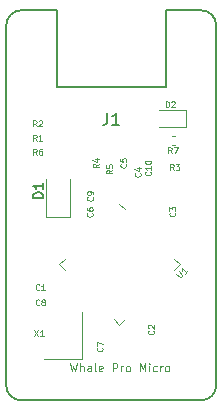
<source format=gto>
G04 #@! TF.GenerationSoftware,KiCad,Pcbnew,(6.0.4)*
G04 #@! TF.CreationDate,2022-05-16T01:26:14+08:00*
G04 #@! TF.ProjectId,whale,7768616c-652e-46b6-9963-61645f706362,0.1*
G04 #@! TF.SameCoordinates,Original*
G04 #@! TF.FileFunction,Legend,Top*
G04 #@! TF.FilePolarity,Positive*
%FSLAX46Y46*%
G04 Gerber Fmt 4.6, Leading zero omitted, Abs format (unit mm)*
G04 Created by KiCad (PCBNEW (6.0.4)) date 2022-05-16 01:26:14*
%MOMM*%
%LPD*%
G01*
G04 APERTURE LIST*
G04 #@! TA.AperFunction,Profile*
%ADD10C,0.150000*%
G04 #@! TD*
%ADD11C,0.125000*%
%ADD12C,0.150000*%
%ADD13C,0.120000*%
G04 APERTURE END LIST*
D10*
X30830000Y-22823554D02*
X30830000Y-29343554D01*
X27830000Y-55843554D02*
X43070000Y-55843554D01*
X26559946Y-54573554D02*
G75*
G03*
X27830000Y-55843554I1270054J54D01*
G01*
X26560000Y-24093554D02*
X26560000Y-54573554D01*
X30830000Y-29343554D02*
X40080000Y-29343554D01*
X27830000Y-22823554D02*
X30830000Y-22823554D01*
X40070000Y-22823554D02*
X43070000Y-22823554D01*
X43070000Y-55843500D02*
G75*
G03*
X44340000Y-54573554I100J1269900D01*
G01*
X40080000Y-29343554D02*
X40070000Y-22823554D01*
X44339946Y-24093554D02*
G75*
G03*
X43070000Y-22823554I-1269946J54D01*
G01*
X44340000Y-54573554D02*
X44340000Y-24093554D01*
X27830000Y-22823550D02*
G75*
G03*
X26560000Y-24093554I80J-1270080D01*
G01*
D11*
X31946666Y-52700220D02*
X32113333Y-53400220D01*
X32246666Y-52900220D01*
X32380000Y-53400220D01*
X32546666Y-52700220D01*
X32813333Y-53400220D02*
X32813333Y-52700220D01*
X33113333Y-53400220D02*
X33113333Y-53033554D01*
X33080000Y-52966887D01*
X33013333Y-52933554D01*
X32913333Y-52933554D01*
X32846666Y-52966887D01*
X32813333Y-53000220D01*
X33746666Y-53400220D02*
X33746666Y-53033554D01*
X33713333Y-52966887D01*
X33646666Y-52933554D01*
X33513333Y-52933554D01*
X33446666Y-52966887D01*
X33746666Y-53366887D02*
X33680000Y-53400220D01*
X33513333Y-53400220D01*
X33446666Y-53366887D01*
X33413333Y-53300220D01*
X33413333Y-53233554D01*
X33446666Y-53166887D01*
X33513333Y-53133554D01*
X33680000Y-53133554D01*
X33746666Y-53100220D01*
X34180000Y-53400220D02*
X34113333Y-53366887D01*
X34080000Y-53300220D01*
X34080000Y-52700220D01*
X34713333Y-53366887D02*
X34646666Y-53400220D01*
X34513333Y-53400220D01*
X34446666Y-53366887D01*
X34413333Y-53300220D01*
X34413333Y-53033554D01*
X34446666Y-52966887D01*
X34513333Y-52933554D01*
X34646666Y-52933554D01*
X34713333Y-52966887D01*
X34746666Y-53033554D01*
X34746666Y-53100220D01*
X34413333Y-53166887D01*
X35580000Y-53400220D02*
X35580000Y-52700220D01*
X35846666Y-52700220D01*
X35913333Y-52733554D01*
X35946666Y-52766887D01*
X35980000Y-52833554D01*
X35980000Y-52933554D01*
X35946666Y-53000220D01*
X35913333Y-53033554D01*
X35846666Y-53066887D01*
X35580000Y-53066887D01*
X36280000Y-53400220D02*
X36280000Y-52933554D01*
X36280000Y-53066887D02*
X36313333Y-53000220D01*
X36346666Y-52966887D01*
X36413333Y-52933554D01*
X36480000Y-52933554D01*
X36813333Y-53400220D02*
X36746666Y-53366887D01*
X36713333Y-53333554D01*
X36680000Y-53266887D01*
X36680000Y-53066887D01*
X36713333Y-53000220D01*
X36746666Y-52966887D01*
X36813333Y-52933554D01*
X36913333Y-52933554D01*
X36980000Y-52966887D01*
X37013333Y-53000220D01*
X37046666Y-53066887D01*
X37046666Y-53266887D01*
X37013333Y-53333554D01*
X36980000Y-53366887D01*
X36913333Y-53400220D01*
X36813333Y-53400220D01*
X37880000Y-53400220D02*
X37880000Y-52700220D01*
X38113333Y-53200220D01*
X38346666Y-52700220D01*
X38346666Y-53400220D01*
X38680000Y-53400220D02*
X38680000Y-52933554D01*
X38680000Y-52700220D02*
X38646666Y-52733554D01*
X38680000Y-52766887D01*
X38713333Y-52733554D01*
X38680000Y-52700220D01*
X38680000Y-52766887D01*
X39313333Y-53366887D02*
X39246666Y-53400220D01*
X39113333Y-53400220D01*
X39046666Y-53366887D01*
X39013333Y-53333554D01*
X38980000Y-53266887D01*
X38980000Y-53066887D01*
X39013333Y-53000220D01*
X39046666Y-52966887D01*
X39113333Y-52933554D01*
X39246666Y-52933554D01*
X39313333Y-52966887D01*
X39613333Y-53400220D02*
X39613333Y-52933554D01*
X39613333Y-53066887D02*
X39646666Y-53000220D01*
X39680000Y-52966887D01*
X39746666Y-52933554D01*
X39813333Y-52933554D01*
X40146666Y-53400220D02*
X40080000Y-53366887D01*
X40046666Y-53333554D01*
X40013333Y-53266887D01*
X40013333Y-53066887D01*
X40046666Y-53000220D01*
X40080000Y-52966887D01*
X40146666Y-52933554D01*
X40246666Y-52933554D01*
X40313333Y-52966887D01*
X40346666Y-53000220D01*
X40380000Y-53066887D01*
X40380000Y-53266887D01*
X40346666Y-53333554D01*
X40313333Y-53366887D01*
X40246666Y-53400220D01*
X40146666Y-53400220D01*
X29356666Y-47752125D02*
X29332857Y-47775934D01*
X29261428Y-47799744D01*
X29213809Y-47799744D01*
X29142380Y-47775934D01*
X29094761Y-47728315D01*
X29070952Y-47680696D01*
X29047142Y-47585458D01*
X29047142Y-47514030D01*
X29070952Y-47418792D01*
X29094761Y-47371173D01*
X29142380Y-47323554D01*
X29213809Y-47299744D01*
X29261428Y-47299744D01*
X29332857Y-47323554D01*
X29356666Y-47347363D01*
X29642380Y-47514030D02*
X29594761Y-47490220D01*
X29570952Y-47466411D01*
X29547142Y-47418792D01*
X29547142Y-47394982D01*
X29570952Y-47347363D01*
X29594761Y-47323554D01*
X29642380Y-47299744D01*
X29737619Y-47299744D01*
X29785238Y-47323554D01*
X29809047Y-47347363D01*
X29832857Y-47394982D01*
X29832857Y-47418792D01*
X29809047Y-47466411D01*
X29785238Y-47490220D01*
X29737619Y-47514030D01*
X29642380Y-47514030D01*
X29594761Y-47537839D01*
X29570952Y-47561649D01*
X29547142Y-47609268D01*
X29547142Y-47704506D01*
X29570952Y-47752125D01*
X29594761Y-47775934D01*
X29642380Y-47799744D01*
X29737619Y-47799744D01*
X29785238Y-47775934D01*
X29809047Y-47752125D01*
X29832857Y-47704506D01*
X29832857Y-47609268D01*
X29809047Y-47561649D01*
X29785238Y-47537839D01*
X29737619Y-47514030D01*
X34678571Y-51386887D02*
X34702380Y-51410696D01*
X34726190Y-51482125D01*
X34726190Y-51529744D01*
X34702380Y-51601173D01*
X34654761Y-51648792D01*
X34607142Y-51672601D01*
X34511904Y-51696411D01*
X34440476Y-51696411D01*
X34345238Y-51672601D01*
X34297619Y-51648792D01*
X34250000Y-51601173D01*
X34226190Y-51529744D01*
X34226190Y-51482125D01*
X34250000Y-51410696D01*
X34273809Y-51386887D01*
X34226190Y-51220220D02*
X34226190Y-50886887D01*
X34726190Y-51101173D01*
X28955238Y-49876190D02*
X29288571Y-50376190D01*
X29288571Y-49876190D02*
X28955238Y-50376190D01*
X29740952Y-50376190D02*
X29455238Y-50376190D01*
X29598095Y-50376190D02*
X29598095Y-49876190D01*
X29550476Y-49947619D01*
X29502857Y-49995238D01*
X29455238Y-50019047D01*
X34386190Y-35836887D02*
X34148095Y-36003554D01*
X34386190Y-36122601D02*
X33886190Y-36122601D01*
X33886190Y-35932125D01*
X33910000Y-35884506D01*
X33933809Y-35860696D01*
X33981428Y-35836887D01*
X34052857Y-35836887D01*
X34100476Y-35860696D01*
X34124285Y-35884506D01*
X34148095Y-35932125D01*
X34148095Y-36122601D01*
X34052857Y-35408315D02*
X34386190Y-35408315D01*
X33862380Y-35527363D02*
X34219523Y-35646411D01*
X34219523Y-35336887D01*
X35536190Y-36346887D02*
X35298095Y-36513554D01*
X35536190Y-36632601D02*
X35036190Y-36632601D01*
X35036190Y-36442125D01*
X35060000Y-36394506D01*
X35083809Y-36370696D01*
X35131428Y-36346887D01*
X35202857Y-36346887D01*
X35250476Y-36370696D01*
X35274285Y-36394506D01*
X35298095Y-36442125D01*
X35298095Y-36632601D01*
X35036190Y-35894506D02*
X35036190Y-36132601D01*
X35274285Y-36156411D01*
X35250476Y-36132601D01*
X35226666Y-36084982D01*
X35226666Y-35965934D01*
X35250476Y-35918315D01*
X35274285Y-35894506D01*
X35321904Y-35870696D01*
X35440952Y-35870696D01*
X35488571Y-35894506D01*
X35512380Y-35918315D01*
X35536190Y-35965934D01*
X35536190Y-36084982D01*
X35512380Y-36132601D01*
X35488571Y-36156411D01*
X29146666Y-35059744D02*
X28980000Y-34821649D01*
X28860952Y-35059744D02*
X28860952Y-34559744D01*
X29051428Y-34559744D01*
X29099047Y-34583554D01*
X29122857Y-34607363D01*
X29146666Y-34654982D01*
X29146666Y-34726411D01*
X29122857Y-34774030D01*
X29099047Y-34797839D01*
X29051428Y-34821649D01*
X28860952Y-34821649D01*
X29575238Y-34559744D02*
X29480000Y-34559744D01*
X29432380Y-34583554D01*
X29408571Y-34607363D01*
X29360952Y-34678792D01*
X29337142Y-34774030D01*
X29337142Y-34964506D01*
X29360952Y-35012125D01*
X29384761Y-35035934D01*
X29432380Y-35059744D01*
X29527619Y-35059744D01*
X29575238Y-35035934D01*
X29599047Y-35012125D01*
X29622857Y-34964506D01*
X29622857Y-34845458D01*
X29599047Y-34797839D01*
X29575238Y-34774030D01*
X29527619Y-34750220D01*
X29432380Y-34750220D01*
X29384761Y-34774030D01*
X29360952Y-34797839D01*
X29337142Y-34845458D01*
X33868571Y-38636887D02*
X33892380Y-38660696D01*
X33916190Y-38732125D01*
X33916190Y-38779744D01*
X33892380Y-38851173D01*
X33844761Y-38898792D01*
X33797142Y-38922601D01*
X33701904Y-38946411D01*
X33630476Y-38946411D01*
X33535238Y-38922601D01*
X33487619Y-38898792D01*
X33440000Y-38851173D01*
X33416190Y-38779744D01*
X33416190Y-38732125D01*
X33440000Y-38660696D01*
X33463809Y-38636887D01*
X33916190Y-38398792D02*
X33916190Y-38303554D01*
X33892380Y-38255934D01*
X33868571Y-38232125D01*
X33797142Y-38184506D01*
X33701904Y-38160696D01*
X33511428Y-38160696D01*
X33463809Y-38184506D01*
X33440000Y-38208315D01*
X33416190Y-38255934D01*
X33416190Y-38351173D01*
X33440000Y-38398792D01*
X33463809Y-38422601D01*
X33511428Y-38446411D01*
X33630476Y-38446411D01*
X33678095Y-38422601D01*
X33701904Y-38398792D01*
X33725714Y-38351173D01*
X33725714Y-38255934D01*
X33701904Y-38208315D01*
X33678095Y-38184506D01*
X33630476Y-38160696D01*
X37888571Y-36596887D02*
X37912380Y-36620696D01*
X37936190Y-36692125D01*
X37936190Y-36739744D01*
X37912380Y-36811173D01*
X37864761Y-36858792D01*
X37817142Y-36882601D01*
X37721904Y-36906411D01*
X37650476Y-36906411D01*
X37555238Y-36882601D01*
X37507619Y-36858792D01*
X37460000Y-36811173D01*
X37436190Y-36739744D01*
X37436190Y-36692125D01*
X37460000Y-36620696D01*
X37483809Y-36596887D01*
X37602857Y-36168315D02*
X37936190Y-36168315D01*
X37412380Y-36287363D02*
X37769523Y-36406411D01*
X37769523Y-36096887D01*
D12*
X29661904Y-38674030D02*
X28861904Y-38674030D01*
X28861904Y-38483554D01*
X28900000Y-38369268D01*
X28976190Y-38293077D01*
X29052380Y-38254982D01*
X29204761Y-38216887D01*
X29319047Y-38216887D01*
X29471428Y-38254982D01*
X29547619Y-38293077D01*
X29623809Y-38369268D01*
X29661904Y-38483554D01*
X29661904Y-38674030D01*
X29661904Y-37454982D02*
X29661904Y-37912125D01*
X29661904Y-37683554D02*
X28861904Y-37683554D01*
X28976190Y-37759744D01*
X29052380Y-37835934D01*
X29090476Y-37912125D01*
D11*
X33838571Y-39986887D02*
X33862380Y-40010696D01*
X33886190Y-40082125D01*
X33886190Y-40129744D01*
X33862380Y-40201173D01*
X33814761Y-40248792D01*
X33767142Y-40272601D01*
X33671904Y-40296411D01*
X33600476Y-40296411D01*
X33505238Y-40272601D01*
X33457619Y-40248792D01*
X33410000Y-40201173D01*
X33386190Y-40129744D01*
X33386190Y-40082125D01*
X33410000Y-40010696D01*
X33433809Y-39986887D01*
X33386190Y-39558315D02*
X33386190Y-39653554D01*
X33410000Y-39701173D01*
X33433809Y-39724982D01*
X33505238Y-39772601D01*
X33600476Y-39796411D01*
X33790952Y-39796411D01*
X33838571Y-39772601D01*
X33862380Y-39748792D01*
X33886190Y-39701173D01*
X33886190Y-39605934D01*
X33862380Y-39558315D01*
X33838571Y-39534506D01*
X33790952Y-39510696D01*
X33671904Y-39510696D01*
X33624285Y-39534506D01*
X33600476Y-39558315D01*
X33576666Y-39605934D01*
X33576666Y-39701173D01*
X33600476Y-39748792D01*
X33624285Y-39772601D01*
X33671904Y-39796411D01*
X40736666Y-36349744D02*
X40570000Y-36111649D01*
X40450952Y-36349744D02*
X40450952Y-35849744D01*
X40641428Y-35849744D01*
X40689047Y-35873554D01*
X40712857Y-35897363D01*
X40736666Y-35944982D01*
X40736666Y-36016411D01*
X40712857Y-36064030D01*
X40689047Y-36087839D01*
X40641428Y-36111649D01*
X40450952Y-36111649D01*
X40903333Y-35849744D02*
X41212857Y-35849744D01*
X41046190Y-36040220D01*
X41117619Y-36040220D01*
X41165238Y-36064030D01*
X41189047Y-36087839D01*
X41212857Y-36135458D01*
X41212857Y-36254506D01*
X41189047Y-36302125D01*
X41165238Y-36325934D01*
X41117619Y-36349744D01*
X40974761Y-36349744D01*
X40927142Y-36325934D01*
X40903333Y-36302125D01*
D12*
X35116666Y-31525934D02*
X35116666Y-32240220D01*
X35069047Y-32383077D01*
X34973809Y-32478315D01*
X34830952Y-32525934D01*
X34735714Y-32525934D01*
X36116666Y-32525934D02*
X35545238Y-32525934D01*
X35830952Y-32525934D02*
X35830952Y-31525934D01*
X35735714Y-31668792D01*
X35640476Y-31764030D01*
X35545238Y-31811649D01*
D11*
X29126666Y-32649744D02*
X28960000Y-32411649D01*
X28840952Y-32649744D02*
X28840952Y-32149744D01*
X29031428Y-32149744D01*
X29079047Y-32173554D01*
X29102857Y-32197363D01*
X29126666Y-32244982D01*
X29126666Y-32316411D01*
X29102857Y-32364030D01*
X29079047Y-32387839D01*
X29031428Y-32411649D01*
X28840952Y-32411649D01*
X29317142Y-32197363D02*
X29340952Y-32173554D01*
X29388571Y-32149744D01*
X29507619Y-32149744D01*
X29555238Y-32173554D01*
X29579047Y-32197363D01*
X29602857Y-32244982D01*
X29602857Y-32292601D01*
X29579047Y-32364030D01*
X29293333Y-32649744D01*
X29602857Y-32649744D01*
X29126666Y-33849744D02*
X28960000Y-33611649D01*
X28840952Y-33849744D02*
X28840952Y-33349744D01*
X29031428Y-33349744D01*
X29079047Y-33373554D01*
X29102857Y-33397363D01*
X29126666Y-33444982D01*
X29126666Y-33516411D01*
X29102857Y-33564030D01*
X29079047Y-33587839D01*
X29031428Y-33611649D01*
X28840952Y-33611649D01*
X29602857Y-33849744D02*
X29317142Y-33849744D01*
X29460000Y-33849744D02*
X29460000Y-33349744D01*
X29412380Y-33421173D01*
X29364761Y-33468792D01*
X29317142Y-33492601D01*
X40967013Y-45109315D02*
X41253223Y-45395525D01*
X41303730Y-45412361D01*
X41337402Y-45412361D01*
X41387910Y-45395525D01*
X41455253Y-45328181D01*
X41472089Y-45277674D01*
X41472089Y-45244002D01*
X41455253Y-45193494D01*
X41169043Y-44907284D01*
X41876150Y-44907284D02*
X41674120Y-45109315D01*
X41775135Y-45008300D02*
X41421582Y-44654746D01*
X41438417Y-44738926D01*
X41438417Y-44806269D01*
X41421582Y-44856777D01*
X36668571Y-35826887D02*
X36692380Y-35850696D01*
X36716190Y-35922125D01*
X36716190Y-35969744D01*
X36692380Y-36041173D01*
X36644761Y-36088792D01*
X36597142Y-36112601D01*
X36501904Y-36136411D01*
X36430476Y-36136411D01*
X36335238Y-36112601D01*
X36287619Y-36088792D01*
X36240000Y-36041173D01*
X36216190Y-35969744D01*
X36216190Y-35922125D01*
X36240000Y-35850696D01*
X36263809Y-35826887D01*
X36216190Y-35374506D02*
X36216190Y-35612601D01*
X36454285Y-35636411D01*
X36430476Y-35612601D01*
X36406666Y-35564982D01*
X36406666Y-35445934D01*
X36430476Y-35398315D01*
X36454285Y-35374506D01*
X36501904Y-35350696D01*
X36620952Y-35350696D01*
X36668571Y-35374506D01*
X36692380Y-35398315D01*
X36716190Y-35445934D01*
X36716190Y-35564982D01*
X36692380Y-35612601D01*
X36668571Y-35636411D01*
X40818571Y-39946887D02*
X40842380Y-39970696D01*
X40866190Y-40042125D01*
X40866190Y-40089744D01*
X40842380Y-40161173D01*
X40794761Y-40208792D01*
X40747142Y-40232601D01*
X40651904Y-40256411D01*
X40580476Y-40256411D01*
X40485238Y-40232601D01*
X40437619Y-40208792D01*
X40390000Y-40161173D01*
X40366190Y-40089744D01*
X40366190Y-40042125D01*
X40390000Y-39970696D01*
X40413809Y-39946887D01*
X40366190Y-39780220D02*
X40366190Y-39470696D01*
X40556666Y-39637363D01*
X40556666Y-39565934D01*
X40580476Y-39518315D01*
X40604285Y-39494506D01*
X40651904Y-39470696D01*
X40770952Y-39470696D01*
X40818571Y-39494506D01*
X40842380Y-39518315D01*
X40866190Y-39565934D01*
X40866190Y-39708792D01*
X40842380Y-39756411D01*
X40818571Y-39780220D01*
X39028571Y-49936887D02*
X39052380Y-49960696D01*
X39076190Y-50032125D01*
X39076190Y-50079744D01*
X39052380Y-50151173D01*
X39004761Y-50198792D01*
X38957142Y-50222601D01*
X38861904Y-50246411D01*
X38790476Y-50246411D01*
X38695238Y-50222601D01*
X38647619Y-50198792D01*
X38600000Y-50151173D01*
X38576190Y-50079744D01*
X38576190Y-50032125D01*
X38600000Y-49960696D01*
X38623809Y-49936887D01*
X38623809Y-49746411D02*
X38600000Y-49722601D01*
X38576190Y-49674982D01*
X38576190Y-49555934D01*
X38600000Y-49508315D01*
X38623809Y-49484506D01*
X38671428Y-49460696D01*
X38719047Y-49460696D01*
X38790476Y-49484506D01*
X39076190Y-49770220D01*
X39076190Y-49460696D01*
X29356666Y-46462125D02*
X29332857Y-46485934D01*
X29261428Y-46509744D01*
X29213809Y-46509744D01*
X29142380Y-46485934D01*
X29094761Y-46438315D01*
X29070952Y-46390696D01*
X29047142Y-46295458D01*
X29047142Y-46224030D01*
X29070952Y-46128792D01*
X29094761Y-46081173D01*
X29142380Y-46033554D01*
X29213809Y-46009744D01*
X29261428Y-46009744D01*
X29332857Y-46033554D01*
X29356666Y-46057363D01*
X29832857Y-46509744D02*
X29547142Y-46509744D01*
X29690000Y-46509744D02*
X29690000Y-46009744D01*
X29642380Y-46081173D01*
X29594761Y-46128792D01*
X29547142Y-46152601D01*
X38768571Y-36494982D02*
X38792380Y-36518792D01*
X38816190Y-36590220D01*
X38816190Y-36637839D01*
X38792380Y-36709268D01*
X38744761Y-36756887D01*
X38697142Y-36780696D01*
X38601904Y-36804506D01*
X38530476Y-36804506D01*
X38435238Y-36780696D01*
X38387619Y-36756887D01*
X38340000Y-36709268D01*
X38316190Y-36637839D01*
X38316190Y-36590220D01*
X38340000Y-36518792D01*
X38363809Y-36494982D01*
X38816190Y-36018792D02*
X38816190Y-36304506D01*
X38816190Y-36161649D02*
X38316190Y-36161649D01*
X38387619Y-36209268D01*
X38435238Y-36256887D01*
X38459047Y-36304506D01*
X38316190Y-35709268D02*
X38316190Y-35661649D01*
X38340000Y-35614030D01*
X38363809Y-35590220D01*
X38411428Y-35566411D01*
X38506666Y-35542601D01*
X38625714Y-35542601D01*
X38720952Y-35566411D01*
X38768571Y-35590220D01*
X38792380Y-35614030D01*
X38816190Y-35661649D01*
X38816190Y-35709268D01*
X38792380Y-35756887D01*
X38768571Y-35780696D01*
X38720952Y-35804506D01*
X38625714Y-35828315D01*
X38506666Y-35828315D01*
X38411428Y-35804506D01*
X38363809Y-35780696D01*
X38340000Y-35756887D01*
X38316190Y-35709268D01*
D12*
D11*
X40566666Y-34926190D02*
X40400000Y-34688095D01*
X40280952Y-34926190D02*
X40280952Y-34426190D01*
X40471428Y-34426190D01*
X40519047Y-34450000D01*
X40542857Y-34473809D01*
X40566666Y-34521428D01*
X40566666Y-34592857D01*
X40542857Y-34640476D01*
X40519047Y-34664285D01*
X40471428Y-34688095D01*
X40280952Y-34688095D01*
X40733333Y-34426190D02*
X41066666Y-34426190D01*
X40852380Y-34926190D01*
X40070952Y-31026190D02*
X40070952Y-30526190D01*
X40190000Y-30526190D01*
X40261428Y-30550000D01*
X40309047Y-30597619D01*
X40332857Y-30645238D01*
X40356666Y-30740476D01*
X40356666Y-30811904D01*
X40332857Y-30907142D01*
X40309047Y-30954761D01*
X40261428Y-31002380D01*
X40190000Y-31026190D01*
X40070952Y-31026190D01*
X40547142Y-30573809D02*
X40570952Y-30550000D01*
X40618571Y-30526190D01*
X40737619Y-30526190D01*
X40785238Y-30550000D01*
X40809047Y-30573809D01*
X40832857Y-30621428D01*
X40832857Y-30669047D01*
X40809047Y-30740476D01*
X40523333Y-31026190D01*
X40832857Y-31026190D01*
D12*
D13*
X32950000Y-52333554D02*
X32950000Y-48333554D01*
X29750000Y-52333554D02*
X32950000Y-52333554D01*
X29950000Y-37083554D02*
X29950000Y-40283554D01*
X31950000Y-40283554D02*
X31950000Y-37083554D01*
X31950000Y-40283554D02*
X29950000Y-40283554D01*
X36150000Y-49453007D02*
X35676238Y-48979246D01*
X36150000Y-39214101D02*
X36623762Y-39687862D01*
X41269453Y-44333554D02*
X40795692Y-43859792D01*
X41269453Y-44333554D02*
X40795692Y-44807316D01*
X31030547Y-44333554D02*
X31504308Y-43859792D01*
X36150000Y-49453007D02*
X36623762Y-48979246D01*
X31030547Y-44333554D02*
X31504308Y-44807316D01*
X40873641Y-34240000D02*
X40566359Y-34240000D01*
X40873641Y-33480000D02*
X40566359Y-33480000D01*
X41785000Y-32715000D02*
X41785000Y-31245000D01*
X41785000Y-31245000D02*
X39500000Y-31245000D01*
X39500000Y-32715000D02*
X41785000Y-32715000D01*
M02*

</source>
